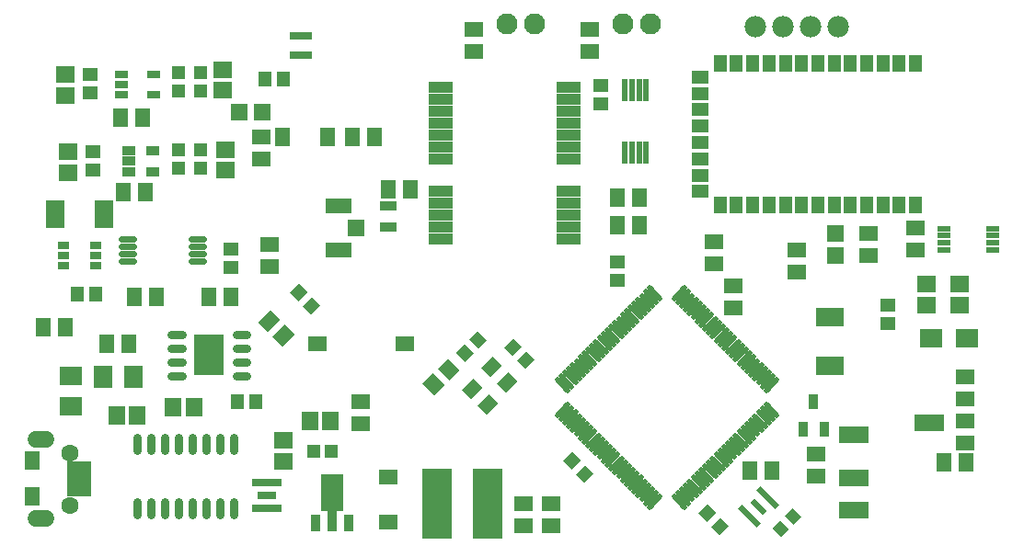
<source format=gts>
G04 ---------------------------- Layer name :TOP SOLDER LAYER*
G04 EasyEDA v5.8.22, Fri, 11 Jan 2019 07:15:20 GMT*
G04 170914981c5c4845b78ce8edf15725af*
G04 Gerber Generator version 0.2*
G04 Scale: 100 percent, Rotated: No, Reflected: No *
G04 Dimensions in millimeters *
G04 leading zeros omitted , absolute positions ,3 integer and 3 decimal *
%FSLAX33Y33*%
%MOMM*%
G90*
G71D02*

%ADD80C,0.803199*%
%ADD81C,1.503197*%
%ADD82C,0.603199*%
%ADD83C,0.483210*%
%ADD84R,2.603500X1.803400*%
%ADD85C,1.981200*%
%ADD86R,1.402080X1.303020*%
%ADD87R,1.724660X1.524000*%
%ADD88R,2.703195X1.603248*%
%ADD89R,0.903199X1.453210*%
%ADD90R,1.673098X1.363218*%
%ADD91R,1.803400X1.503680*%
%ADD92R,2.703195X6.503213*%
%ADD93R,1.673860X1.473200*%
%ADD94R,2.108200X3.505200*%
%ADD95R,0.914400X2.006600*%
%ADD96R,0.914400X1.549400*%
%ADD97R,1.503680X1.803400*%
%ADD98R,1.303020X1.203960*%
%ADD99R,1.303020X1.402080*%
%ADD101R,1.363218X1.673098*%
%ADD102R,1.803400X2.004060*%
%ADD103R,1.803400X2.603500*%
%ADD104R,1.203960X1.303020*%
%ADD105R,0.609600X2.006600*%
%ADD106R,1.503680X1.602740*%
%ADD107R,1.602740X1.503680*%
%ADD108R,2.003196X0.703199*%
%ADD109R,1.473200X1.673860*%
%ADD110R,2.004060X1.803400*%
%ADD111R,2.403196X1.403096*%
%ADD112R,1.503197X1.503197*%
%ADD113R,1.503197X0.903199*%
%ADD114R,2.103120X1.803400*%
%ADD115R,2.703195X0.703199*%
%ADD116R,1.803197X0.703199*%
%ADD117R,1.203198X0.754380*%
%ADD118R,2.703195X3.703066*%
%ADD119R,2.203196X0.653212*%
%ADD120C,1.603248*%
%ADD121R,1.403096X1.803197*%
%ADD122R,2.202180X1.003300*%
%ADD123R,1.003300X0.713740*%
%ADD124R,1.303020X0.601980*%
%ADD125R,1.703197X1.403096*%
%ADD126C,1.953260*%
%ADD127R,1.263193X0.853211*%
%ADD129R,1.503680X1.203960*%
%ADD130R,1.203960X1.503680*%

%LPD*%
G54D80*
G01X19997Y15875D02*
G01X20997Y15875D01*
G01X19997Y17145D02*
G01X20997Y17145D01*
G01X19997Y18415D02*
G01X20997Y18415D01*
G01X19997Y19685D02*
G01X20997Y19685D01*
G01X14054Y15875D02*
G01X15054Y15875D01*
G01X14054Y17145D02*
G01X15054Y17145D01*
G01X14054Y18415D02*
G01X15054Y18415D01*
G01X14054Y19685D02*
G01X15054Y19685D01*
G54D81*
G01X2492Y2730D02*
G01X1592Y2730D01*
G01X2492Y9969D02*
G01X1592Y9969D01*
G54D80*
G01X19812Y8975D02*
G01X19812Y10175D01*
G01X18542Y8975D02*
G01X18542Y10175D01*
G01X17272Y8975D02*
G01X17272Y10175D01*
G01X16002Y8975D02*
G01X16002Y10175D01*
G01X14732Y8975D02*
G01X14732Y10175D01*
G01X13462Y8975D02*
G01X13462Y10175D01*
G01X12192Y8975D02*
G01X12192Y10175D01*
G01X10922Y8975D02*
G01X10922Y10175D01*
G01X19812Y3032D02*
G01X19812Y4232D01*
G01X18542Y3032D02*
G01X18542Y4232D01*
G01X17272Y3032D02*
G01X17272Y4232D01*
G01X16002Y3032D02*
G01X16002Y4232D01*
G01X14732Y3032D02*
G01X14732Y4232D01*
G01X13462Y3032D02*
G01X13462Y4232D01*
G01X12192Y3032D02*
G01X12192Y4232D01*
G01X10922Y3032D02*
G01X10922Y4232D01*
G54D82*
G01X16958Y26466D02*
G01X15858Y26466D01*
G01X16958Y27117D02*
G01X15858Y27117D01*
G01X16958Y27767D02*
G01X15858Y27767D01*
G01X16958Y28417D02*
G01X15858Y28417D01*
G01X10557Y26466D02*
G01X9457Y26466D01*
G01X10557Y27117D02*
G01X9457Y27117D01*
G01X10557Y27767D02*
G01X9457Y27767D01*
G01X10557Y28417D02*
G01X9457Y28417D01*
G54D83*
G01X49553Y15470D02*
G01X50521Y14501D01*
G01X49906Y15824D02*
G01X50875Y14855D01*
G01X50260Y16177D02*
G01X51229Y15209D01*
G01X50613Y16531D02*
G01X51582Y15562D01*
G01X50967Y16884D02*
G01X51936Y15916D01*
G01X51320Y17238D02*
G01X52289Y16269D01*
G01X51674Y17592D02*
G01X52643Y16623D01*
G01X52027Y17945D02*
G01X52996Y16976D01*
G01X52381Y18299D02*
G01X53350Y17330D01*
G01X52735Y18652D02*
G01X53703Y17683D01*
G01X53088Y19006D02*
G01X54057Y18037D01*
G01X53442Y19359D02*
G01X54411Y18391D01*
G01X53795Y19713D02*
G01X54764Y18744D01*
G01X54149Y20067D02*
G01X55118Y19098D01*
G01X54502Y20420D02*
G01X55471Y19451D01*
G01X54856Y20774D02*
G01X55825Y19805D01*
G01X55209Y21127D02*
G01X56178Y20158D01*
G01X55563Y21481D02*
G01X56532Y20512D01*
G01X55917Y21834D02*
G01X56885Y20865D01*
G01X56270Y22188D02*
G01X57239Y21219D01*
G01X56624Y22541D02*
G01X57592Y21572D01*
G01X56977Y22895D02*
G01X57946Y21926D01*
G01X57331Y23248D02*
G01X58300Y22280D01*
G01X57684Y23602D02*
G01X58653Y22633D01*
G01X58038Y23956D02*
G01X59007Y22987D01*
G01X60301Y22987D02*
G01X61269Y23956D01*
G01X60654Y22633D02*
G01X61623Y23602D01*
G01X61008Y22280D02*
G01X61977Y23248D01*
G01X61361Y21926D02*
G01X62330Y22895D01*
G01X61715Y21572D02*
G01X62684Y22541D01*
G01X62068Y21219D02*
G01X63037Y22188D01*
G01X62422Y20865D02*
G01X63391Y21834D01*
G01X62775Y20512D02*
G01X63744Y21481D01*
G01X63129Y20158D02*
G01X64098Y21127D01*
G01X63482Y19805D02*
G01X64451Y20774D01*
G01X63836Y19451D02*
G01X64805Y20420D01*
G01X64190Y19098D02*
G01X65159Y20066D01*
G01X64543Y18744D02*
G01X65512Y19713D01*
G01X64897Y18390D02*
G01X65866Y19359D01*
G01X65250Y18037D02*
G01X66219Y19006D01*
G01X65604Y17683D02*
G01X66573Y18652D01*
G01X65957Y17330D02*
G01X66926Y18299D01*
G01X66311Y16976D02*
G01X67280Y17945D01*
G01X66665Y16623D02*
G01X67633Y17592D01*
G01X67018Y16269D02*
G01X67987Y17238D01*
G01X67372Y15916D02*
G01X68340Y16884D01*
G01X67725Y15562D02*
G01X68694Y16531D01*
G01X68079Y15209D02*
G01X69048Y16177D01*
G01X68432Y14855D02*
G01X69401Y15824D01*
G01X68786Y14501D02*
G01X69755Y15470D01*
G01X68786Y13208D02*
G01X69755Y12239D01*
G01X68432Y12854D02*
G01X69401Y11885D01*
G01X68079Y12500D02*
G01X69048Y11532D01*
G01X67725Y12147D02*
G01X68694Y11178D01*
G01X67372Y11793D02*
G01X68340Y10824D01*
G01X67018Y11440D02*
G01X67987Y10471D01*
G01X66665Y11086D02*
G01X67633Y10117D01*
G01X66311Y10733D02*
G01X67280Y9764D01*
G01X65957Y10379D02*
G01X66926Y9410D01*
G01X65604Y10026D02*
G01X66573Y9057D01*
G01X65250Y9672D02*
G01X66219Y8703D01*
G01X64897Y9319D02*
G01X65866Y8350D01*
G01X64543Y8965D02*
G01X65512Y7996D01*
G01X64190Y8611D02*
G01X65159Y7643D01*
G01X63836Y8258D02*
G01X64805Y7289D01*
G01X63483Y7904D02*
G01X64451Y6935D01*
G01X63129Y7551D02*
G01X64098Y6582D01*
G01X62775Y7197D02*
G01X63744Y6228D01*
G01X62422Y6844D02*
G01X63391Y5875D01*
G01X62068Y6490D02*
G01X63037Y5521D01*
G01X61715Y6136D02*
G01X62684Y5168D01*
G01X61361Y5783D02*
G01X62330Y4814D01*
G01X61008Y5429D02*
G01X61977Y4461D01*
G01X60654Y5076D02*
G01X61623Y4107D01*
G01X60301Y4722D02*
G01X61269Y3753D01*
G01X58038Y3753D02*
G01X59007Y4722D01*
G01X57684Y4107D02*
G01X58653Y5076D01*
G01X57331Y4461D02*
G01X58300Y5429D01*
G01X56977Y4814D02*
G01X57946Y5783D01*
G01X56624Y5168D02*
G01X57592Y6136D01*
G01X56270Y5521D02*
G01X57239Y6490D01*
G01X55917Y5875D02*
G01X56885Y6844D01*
G01X55563Y6228D02*
G01X56532Y7197D01*
G01X55209Y6582D02*
G01X56178Y7551D01*
G01X54856Y6935D02*
G01X55825Y7904D01*
G01X54502Y7289D02*
G01X55471Y8258D01*
G01X54149Y7642D02*
G01X55118Y8611D01*
G01X53795Y7996D02*
G01X54764Y8965D01*
G01X53442Y8349D02*
G01X54411Y9318D01*
G01X53088Y8703D02*
G01X54057Y9672D01*
G01X52734Y9057D02*
G01X53703Y10026D01*
G01X52381Y9410D02*
G01X53350Y10379D01*
G01X52027Y9764D02*
G01X52996Y10733D01*
G01X51674Y10117D02*
G01X52643Y11086D01*
G01X51320Y10471D02*
G01X52289Y11440D01*
G01X50967Y10824D02*
G01X51936Y11793D01*
G01X50613Y11178D02*
G01X51582Y12147D01*
G01X50260Y11532D02*
G01X51229Y12500D01*
G01X49906Y11885D02*
G01X50875Y12854D01*
G01X49553Y12239D02*
G01X50521Y13208D01*
G54D84*
G01X74677Y16799D03*
G01X74677Y21300D03*
G54D85*
G01X75438Y48006D03*
G01X72898Y48006D03*
G01X70358Y48006D03*
G01X67818Y48006D03*
G54D86*
G01X80010Y22350D03*
G01X80010Y20651D03*
G54D87*
G01X86615Y24335D03*
G01X86615Y22400D03*
G01X83567Y24335D03*
G01X83567Y22400D03*
G54D88*
G01X76864Y3453D03*
G01X76864Y6452D03*
G01X76864Y10453D03*
G01X83820Y11553D03*
G54D89*
G01X73152Y13441D03*
G01X74101Y10942D03*
G01X72202Y10942D03*
G54D90*
G01X73406Y6604D03*
G01X73406Y8636D03*
G54D91*
G01X24384Y9906D03*
G01X24384Y8006D03*
G54D92*
G01X43180Y4064D03*
G01X38455Y4064D03*
G54D93*
G01X34037Y2413D03*
G01X34037Y6527D03*
G54D94*
G01X28829Y5080D03*
G54D95*
G01X28829Y2514D03*
G54D96*
G01X27330Y2286D03*
G01X30327Y2286D03*
G54D97*
G01X28702Y11684D03*
G01X26802Y11684D03*
G54D98*
G01X28779Y8890D03*
G01X27103Y8890D03*
G36*
G01X45501Y19354D02*
G01X46278Y18577D01*
G01X45430Y17729D01*
G01X44653Y18506D01*
G01X45501Y19354D01*
G37*
G36*
G01X46702Y18153D02*
G01X47480Y17376D01*
G01X46631Y16527D01*
G01X45854Y17305D01*
G01X46702Y18153D01*
G37*
G36*
G01X52034Y6045D02*
G01X51257Y6822D01*
G01X52105Y7670D01*
G01X52882Y6893D01*
G01X52034Y6045D01*
G37*
G36*
G01X50833Y7246D02*
G01X50055Y8023D01*
G01X50904Y8872D01*
G01X51681Y8094D01*
G01X50833Y7246D01*
G37*
G54D86*
G01X55118Y24636D03*
G01X55118Y26335D03*
G36*
G01X64480Y1219D02*
G01X63703Y1996D01*
G01X64551Y2844D01*
G01X65328Y2067D01*
G01X64480Y1219D01*
G37*
G36*
G01X63279Y2420D02*
G01X62501Y3197D01*
G01X63350Y4046D01*
G01X64127Y3268D01*
G01X63279Y2420D01*
G37*
G36*
G01X70068Y2519D02*
G01X70848Y1742D01*
G01X70139Y1036D01*
G01X69362Y1813D01*
G01X70068Y2519D01*
G37*
G36*
G01X71201Y3652D02*
G01X71978Y2875D01*
G01X71272Y2166D01*
G01X70492Y2943D01*
G01X71201Y3652D01*
G37*
G54D101*
G01X67310Y7112D03*
G01X69342Y7112D03*
G54D90*
G01X87122Y9700D03*
G01X87122Y11732D03*
G36*
G01X44848Y14310D02*
G01X44028Y15130D01*
G01X45067Y16169D01*
G01X45887Y15349D01*
G01X44848Y14310D01*
G37*
G36*
G01X43411Y15748D02*
G01X42590Y16568D01*
G01X43629Y17607D01*
G01X44450Y16786D01*
G01X43411Y15748D01*
G37*
G36*
G01X43070Y12278D02*
G01X42250Y13098D01*
G01X43289Y14137D01*
G01X44109Y13317D01*
G01X43070Y12278D01*
G37*
G36*
G01X41633Y13716D02*
G01X40812Y14536D01*
G01X41851Y15575D01*
G01X42672Y14754D01*
G01X41633Y13716D01*
G37*
G01X46482Y4064D03*
G01X46482Y2032D03*
G01X49022Y4064D03*
G01X49022Y2032D03*
G54D102*
G01X7747Y15746D03*
G01X10541Y15746D03*
G54D103*
G01X3337Y30732D03*
G01X7838Y30732D03*
G54D101*
G01X8128Y18796D03*
G01X10160Y18796D03*
G54D99*
G01X21845Y13462D03*
G01X20146Y13462D03*
G54D97*
G01X10922Y12192D03*
G01X9022Y12192D03*
G54D90*
G01X31496Y13462D03*
G01X31496Y11430D03*
G01X71628Y25400D03*
G01X71628Y27432D03*
G54D86*
G01X6858Y36498D03*
G01X6858Y34799D03*
G54D91*
G01X19050Y34798D03*
G01X19050Y36697D03*
G54D104*
G01X16764Y36650D03*
G01X16764Y34974D03*
G01X14732Y36650D03*
G01X14732Y34974D03*
G54D105*
G01X57734Y42214D03*
G01X57073Y42214D03*
G01X56438Y42214D03*
G01X55778Y42214D03*
G01X55778Y36423D03*
G01X56438Y36423D03*
G01X57073Y36423D03*
G01X57734Y36423D03*
G54D101*
G01X19558Y23114D03*
G01X17526Y23114D03*
G54D106*
G01X22369Y40130D03*
G01X20269Y40130D03*
G54D90*
G01X22352Y37846D03*
G01X22352Y35814D03*
G54D101*
G01X34036Y33020D03*
G01X36068Y33020D03*
G54D107*
G01X75185Y26906D03*
G01X75185Y29006D03*
G54D91*
G01X18796Y42164D03*
G01X18796Y44063D03*
G54D104*
G01X16764Y43762D03*
G01X16764Y42086D03*
G01X14732Y43762D03*
G01X14732Y42086D03*
G54D86*
G01X19558Y25830D03*
G01X19558Y27529D03*
G54D101*
G01X12700Y23114D03*
G01X10668Y23114D03*
G01X2286Y20320D03*
G01X4318Y20320D03*
G54D108*
G01X25967Y45429D03*
G01X25967Y47128D03*
G54D109*
G01X24257Y37844D03*
G01X28371Y37844D03*
G54D101*
G01X32766Y37846D03*
G01X30734Y37846D03*
G54D99*
G01X24385Y43180D03*
G01X22686Y43180D03*
G54D110*
G01X4827Y15875D03*
G01X4827Y13081D03*
G54D90*
G01X64008Y26162D03*
G01X64008Y28194D03*
G01X65786Y22098D03*
G01X65786Y24130D03*
G54D101*
G01X57150Y29718D03*
G01X55118Y29718D03*
G01X57150Y32258D03*
G01X55118Y32258D03*
G54D111*
G01X29464Y27465D03*
G54D112*
G01X31013Y29464D03*
G54D111*
G01X29464Y31465D03*
G54D87*
G01X4319Y43639D03*
G01X4319Y41704D03*
G54D101*
G01X11381Y39624D03*
G01X9349Y39624D03*
G54D87*
G01X4573Y36527D03*
G01X4573Y34592D03*
G54D101*
G01X11635Y32766D03*
G01X9603Y32766D03*
G01X85138Y7874D03*
G01X87170Y7874D03*
G54D90*
G01X82550Y29464D03*
G01X82550Y27432D03*
G54D113*
G01X34036Y29591D03*
G01X34036Y31490D03*
G36*
G01X40256Y17990D02*
G01X41033Y18768D01*
G01X41882Y17919D01*
G01X41104Y17142D01*
G01X40256Y17990D01*
G37*
G36*
G01X41457Y19192D02*
G01X42235Y19969D01*
G01X43083Y19121D01*
G01X42306Y18343D01*
G01X41457Y19192D01*
G37*
G54D114*
G01X83947Y19304D03*
G01X87249Y19304D03*
G54D115*
G01X22860Y6024D03*
G54D116*
G01X22860Y4826D03*
G54D115*
G01X22860Y3627D03*
G36*
G01X68211Y5717D02*
G01X69979Y3949D01*
G01X69626Y3596D01*
G01X67858Y5364D01*
G01X68211Y5717D01*
G37*
G36*
G01X67683Y4551D02*
G01X68813Y3421D01*
G01X68460Y3068D01*
G01X67330Y4198D01*
G01X67683Y4551D01*
G37*
G36*
G01X66517Y4023D02*
G01X68285Y2255D01*
G01X67932Y1902D01*
G01X66164Y3670D01*
G01X66517Y4023D01*
G37*
G54D97*
G01X14224Y12954D03*
G01X16123Y12954D03*
G36*
G01X24277Y18531D02*
G01X23357Y19451D01*
G01X24490Y20584D01*
G01X25410Y19664D01*
G01X24277Y18531D01*
G37*
G36*
G01X22933Y19875D02*
G01X22014Y20794D01*
G01X23147Y21927D01*
G01X24066Y21008D01*
G01X22933Y19875D01*
G37*
G54D117*
G01X9474Y43610D03*
G01X9474Y42670D03*
G01X9474Y41730D03*
G01X12369Y41730D03*
G01X12369Y43610D03*
G36*
G01X26888Y21539D02*
G01X26111Y22316D01*
G01X26959Y23164D01*
G01X27736Y22387D01*
G01X26888Y21539D01*
G37*
G36*
G01X25687Y22740D02*
G01X24909Y23517D01*
G01X25758Y24366D01*
G01X26535Y23588D01*
G01X25687Y22740D01*
G37*
G54D90*
G01X23114Y27940D03*
G01X23114Y25908D03*
G54D118*
G01X17526Y17780D03*
G54D119*
G01X5527Y5060D03*
G01X5527Y5711D03*
G01X5527Y6360D03*
G01X5527Y7010D03*
G01X5527Y7659D03*
G54D120*
G01X4742Y8760D03*
G01X4742Y3919D03*
G54D121*
G01X1215Y4754D03*
G01X1231Y8034D03*
G54D122*
G01X38812Y42442D03*
G01X38812Y41349D03*
G01X38812Y40257D03*
G01X38812Y39140D03*
G01X38812Y38047D03*
G01X38812Y36955D03*
G01X38812Y35838D03*
G01X38812Y32840D03*
G01X38812Y31748D03*
G01X38812Y30656D03*
G01X38812Y29538D03*
G01X38812Y28446D03*
G01X50598Y28446D03*
G01X50598Y29538D03*
G01X50598Y30656D03*
G01X50598Y31748D03*
G01X50598Y32840D03*
G01X50598Y35838D03*
G01X50598Y36955D03*
G01X50598Y38047D03*
G01X50598Y39140D03*
G01X50598Y40257D03*
G01X50598Y41349D03*
G01X50598Y42442D03*
G54D123*
G01X7037Y25982D03*
G01X7037Y26922D03*
G01X7037Y27862D03*
G01X4141Y27862D03*
G01X4141Y26922D03*
G01X4141Y25982D03*
G54D124*
G01X85116Y29411D03*
G01X85116Y28776D03*
G01X85116Y28116D03*
G01X85116Y27481D03*
G01X89637Y27481D03*
G01X89637Y28116D03*
G01X89637Y28776D03*
G01X89637Y29411D03*
G54D125*
G01X35496Y18796D03*
G01X27495Y18796D03*
G54D126*
G01X47498Y48260D03*
G01X44958Y48260D03*
G54D86*
G01X53594Y42595D03*
G01X53594Y40896D03*
G01X6604Y43611D03*
G01X6604Y41912D03*
G54D99*
G01X7112Y23368D03*
G01X5412Y23368D03*
G54D127*
G01X10160Y36576D03*
G01X10160Y35626D03*
G01X10160Y34676D03*
G01X12359Y34676D03*
G01X12359Y36576D03*
G54D126*
G01X58166Y48260D03*
G01X55626Y48260D03*
G54D90*
G01X41910Y45720D03*
G01X41910Y47752D03*
G01X52578Y45720D03*
G01X52578Y47752D03*
G01X78232Y26924D03*
G01X78232Y28956D03*
G01X87122Y13764D03*
G01X87122Y15796D03*
G36*
G01X38541Y16503D02*
G01X39475Y17437D01*
G01X40551Y16361D01*
G01X39617Y15427D01*
G01X38541Y16503D01*
G37*
G36*
G01X37172Y15134D02*
G01X38106Y16068D01*
G01X39182Y14992D01*
G01X38248Y14058D01*
G01X37172Y15134D01*
G37*
G54D129*
G01X62738Y38862D03*
G01X62738Y43357D03*
G01X62738Y41859D03*
G01X62738Y40360D03*
G01X62738Y37338D03*
G01X62738Y35839D03*
G01X62738Y34340D03*
G01X62738Y32842D03*
G54D130*
G01X64541Y31597D03*
G01X66040Y31597D03*
G01X67538Y31597D03*
G01X69037Y31597D03*
G01X70535Y31597D03*
G01X72034Y31597D03*
G01X73533Y31597D03*
G01X75031Y31597D03*
G01X76530Y31597D03*
G01X78028Y31597D03*
G01X79527Y31597D03*
G01X81026Y31597D03*
G01X82550Y31597D03*
G01X82550Y44602D03*
G01X81026Y44602D03*
G01X79527Y44602D03*
G01X78028Y44602D03*
G01X76530Y44602D03*
G01X75031Y44602D03*
G01X73533Y44602D03*
G01X72034Y44602D03*
G01X70535Y44602D03*
G01X69037Y44602D03*
G01X67538Y44602D03*
G01X66040Y44602D03*
G01X64541Y44602D03*
M00*
M02*

</source>
